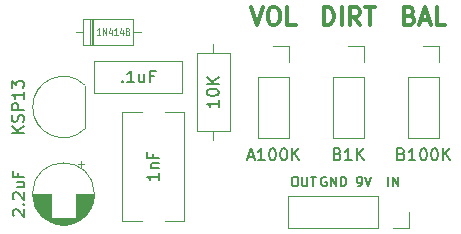
<source format=gbr>
G04 #@! TF.GenerationSoftware,KiCad,Pcbnew,5.0.2+dfsg1-1+build2*
G04 #@! TF.CreationDate,2019-10-24T23:13:18-07:00*
G04 #@! TF.ProjectId,pcb_class,7063625f-636c-4617-9373-2e6b69636164,rev?*
G04 #@! TF.SameCoordinates,Original*
G04 #@! TF.FileFunction,Legend,Top*
G04 #@! TF.FilePolarity,Positive*
%FSLAX46Y46*%
G04 Gerber Fmt 4.6, Leading zero omitted, Abs format (unit mm)*
G04 Created by KiCad (PCBNEW 5.0.2+dfsg1-1+build2) date Thu 24 Oct 2019 11:13:18 PM PDT*
%MOMM*%
%LPD*%
G01*
G04 APERTURE LIST*
%ADD10C,0.300000*%
%ADD11C,0.200000*%
%ADD12C,0.120000*%
%ADD13C,0.150000*%
%ADD14C,0.125000*%
G04 APERTURE END LIST*
D10*
X186817142Y-106572857D02*
X187031428Y-106644285D01*
X187102857Y-106715714D01*
X187174285Y-106858571D01*
X187174285Y-107072857D01*
X187102857Y-107215714D01*
X187031428Y-107287142D01*
X186888571Y-107358571D01*
X186317142Y-107358571D01*
X186317142Y-105858571D01*
X186817142Y-105858571D01*
X186960000Y-105930000D01*
X187031428Y-106001428D01*
X187102857Y-106144285D01*
X187102857Y-106287142D01*
X187031428Y-106430000D01*
X186960000Y-106501428D01*
X186817142Y-106572857D01*
X186317142Y-106572857D01*
X187745714Y-106930000D02*
X188460000Y-106930000D01*
X187602857Y-107358571D02*
X188102857Y-105858571D01*
X188602857Y-107358571D01*
X189817142Y-107358571D02*
X189102857Y-107358571D01*
X189102857Y-105858571D01*
X179538571Y-107358571D02*
X179538571Y-105858571D01*
X179895714Y-105858571D01*
X180110000Y-105930000D01*
X180252857Y-106072857D01*
X180324285Y-106215714D01*
X180395714Y-106501428D01*
X180395714Y-106715714D01*
X180324285Y-107001428D01*
X180252857Y-107144285D01*
X180110000Y-107287142D01*
X179895714Y-107358571D01*
X179538571Y-107358571D01*
X181038571Y-107358571D02*
X181038571Y-105858571D01*
X182610000Y-107358571D02*
X182110000Y-106644285D01*
X181752857Y-107358571D02*
X181752857Y-105858571D01*
X182324285Y-105858571D01*
X182467142Y-105930000D01*
X182538571Y-106001428D01*
X182610000Y-106144285D01*
X182610000Y-106358571D01*
X182538571Y-106501428D01*
X182467142Y-106572857D01*
X182324285Y-106644285D01*
X181752857Y-106644285D01*
X183038571Y-105858571D02*
X183895714Y-105858571D01*
X183467142Y-107358571D02*
X183467142Y-105858571D01*
X173367142Y-105858571D02*
X173867142Y-107358571D01*
X174367142Y-105858571D01*
X175152857Y-105858571D02*
X175438571Y-105858571D01*
X175581428Y-105930000D01*
X175724285Y-106072857D01*
X175795714Y-106358571D01*
X175795714Y-106858571D01*
X175724285Y-107144285D01*
X175581428Y-107287142D01*
X175438571Y-107358571D01*
X175152857Y-107358571D01*
X175010000Y-107287142D01*
X174867142Y-107144285D01*
X174795714Y-106858571D01*
X174795714Y-106358571D01*
X174867142Y-106072857D01*
X175010000Y-105930000D01*
X175152857Y-105858571D01*
X177152857Y-107358571D02*
X176438571Y-107358571D01*
X176438571Y-105858571D01*
D11*
X185000952Y-121011904D02*
X185000952Y-120211904D01*
X185381904Y-121011904D02*
X185381904Y-120211904D01*
X185839047Y-121011904D01*
X185839047Y-120211904D01*
X182384761Y-121011904D02*
X182537142Y-121011904D01*
X182613333Y-120973809D01*
X182651428Y-120935714D01*
X182727619Y-120821428D01*
X182765714Y-120669047D01*
X182765714Y-120364285D01*
X182727619Y-120288095D01*
X182689523Y-120250000D01*
X182613333Y-120211904D01*
X182460952Y-120211904D01*
X182384761Y-120250000D01*
X182346666Y-120288095D01*
X182308571Y-120364285D01*
X182308571Y-120554761D01*
X182346666Y-120630952D01*
X182384761Y-120669047D01*
X182460952Y-120707142D01*
X182613333Y-120707142D01*
X182689523Y-120669047D01*
X182727619Y-120630952D01*
X182765714Y-120554761D01*
X182994285Y-120211904D02*
X183260952Y-121011904D01*
X183527619Y-120211904D01*
X179730476Y-120250000D02*
X179654285Y-120211904D01*
X179540000Y-120211904D01*
X179425714Y-120250000D01*
X179349523Y-120326190D01*
X179311428Y-120402380D01*
X179273333Y-120554761D01*
X179273333Y-120669047D01*
X179311428Y-120821428D01*
X179349523Y-120897619D01*
X179425714Y-120973809D01*
X179540000Y-121011904D01*
X179616190Y-121011904D01*
X179730476Y-120973809D01*
X179768571Y-120935714D01*
X179768571Y-120669047D01*
X179616190Y-120669047D01*
X180111428Y-121011904D02*
X180111428Y-120211904D01*
X180568571Y-121011904D01*
X180568571Y-120211904D01*
X180949523Y-121011904D02*
X180949523Y-120211904D01*
X181140000Y-120211904D01*
X181254285Y-120250000D01*
X181330476Y-120326190D01*
X181368571Y-120402380D01*
X181406666Y-120554761D01*
X181406666Y-120669047D01*
X181368571Y-120821428D01*
X181330476Y-120897619D01*
X181254285Y-120973809D01*
X181140000Y-121011904D01*
X180949523Y-121011904D01*
X177000000Y-120211904D02*
X177152380Y-120211904D01*
X177228571Y-120250000D01*
X177304761Y-120326190D01*
X177342857Y-120478571D01*
X177342857Y-120745238D01*
X177304761Y-120897619D01*
X177228571Y-120973809D01*
X177152380Y-121011904D01*
X177000000Y-121011904D01*
X176923809Y-120973809D01*
X176847619Y-120897619D01*
X176809523Y-120745238D01*
X176809523Y-120478571D01*
X176847619Y-120326190D01*
X176923809Y-120250000D01*
X177000000Y-120211904D01*
X177685714Y-120211904D02*
X177685714Y-120859523D01*
X177723809Y-120935714D01*
X177761904Y-120973809D01*
X177838095Y-121011904D01*
X177990476Y-121011904D01*
X178066666Y-120973809D01*
X178104761Y-120935714D01*
X178142857Y-120859523D01*
X178142857Y-120211904D01*
X178409523Y-120211904D02*
X178866666Y-120211904D01*
X178638095Y-121011904D02*
X178638095Y-120211904D01*
D12*
G04 #@! TO.C,C1*
X167720000Y-114700000D02*
X167720000Y-123940000D01*
X162480000Y-114700000D02*
X162480000Y-123940000D01*
X167720000Y-114700000D02*
X166046000Y-114700000D01*
X164154000Y-114700000D02*
X162480000Y-114700000D01*
X167720000Y-123940000D02*
X166046000Y-123940000D01*
X164154000Y-123940000D02*
X162480000Y-123940000D01*
G04 #@! TO.C,C2*
X160100000Y-121650000D02*
G75*
G03X160100000Y-121650000I-2620000J0D01*
G01*
X156440000Y-121650000D02*
X154900000Y-121650000D01*
X160060000Y-121650000D02*
X158520000Y-121650000D01*
X156440000Y-121690000D02*
X154900000Y-121690000D01*
X160060000Y-121690000D02*
X158520000Y-121690000D01*
X160059000Y-121730000D02*
X158520000Y-121730000D01*
X156440000Y-121730000D02*
X154901000Y-121730000D01*
X160058000Y-121770000D02*
X158520000Y-121770000D01*
X156440000Y-121770000D02*
X154902000Y-121770000D01*
X160056000Y-121810000D02*
X158520000Y-121810000D01*
X156440000Y-121810000D02*
X154904000Y-121810000D01*
X160053000Y-121850000D02*
X158520000Y-121850000D01*
X156440000Y-121850000D02*
X154907000Y-121850000D01*
X160049000Y-121890000D02*
X158520000Y-121890000D01*
X156440000Y-121890000D02*
X154911000Y-121890000D01*
X160045000Y-121930000D02*
X158520000Y-121930000D01*
X156440000Y-121930000D02*
X154915000Y-121930000D01*
X160041000Y-121970000D02*
X158520000Y-121970000D01*
X156440000Y-121970000D02*
X154919000Y-121970000D01*
X160036000Y-122010000D02*
X158520000Y-122010000D01*
X156440000Y-122010000D02*
X154924000Y-122010000D01*
X160030000Y-122050000D02*
X158520000Y-122050000D01*
X156440000Y-122050000D02*
X154930000Y-122050000D01*
X160023000Y-122090000D02*
X158520000Y-122090000D01*
X156440000Y-122090000D02*
X154937000Y-122090000D01*
X160016000Y-122130000D02*
X158520000Y-122130000D01*
X156440000Y-122130000D02*
X154944000Y-122130000D01*
X160008000Y-122170000D02*
X158520000Y-122170000D01*
X156440000Y-122170000D02*
X154952000Y-122170000D01*
X160000000Y-122210000D02*
X158520000Y-122210000D01*
X156440000Y-122210000D02*
X154960000Y-122210000D01*
X159991000Y-122250000D02*
X158520000Y-122250000D01*
X156440000Y-122250000D02*
X154969000Y-122250000D01*
X159981000Y-122290000D02*
X158520000Y-122290000D01*
X156440000Y-122290000D02*
X154979000Y-122290000D01*
X159971000Y-122330000D02*
X158520000Y-122330000D01*
X156440000Y-122330000D02*
X154989000Y-122330000D01*
X159960000Y-122371000D02*
X158520000Y-122371000D01*
X156440000Y-122371000D02*
X155000000Y-122371000D01*
X159948000Y-122411000D02*
X158520000Y-122411000D01*
X156440000Y-122411000D02*
X155012000Y-122411000D01*
X159935000Y-122451000D02*
X158520000Y-122451000D01*
X156440000Y-122451000D02*
X155025000Y-122451000D01*
X159922000Y-122491000D02*
X158520000Y-122491000D01*
X156440000Y-122491000D02*
X155038000Y-122491000D01*
X159908000Y-122531000D02*
X158520000Y-122531000D01*
X156440000Y-122531000D02*
X155052000Y-122531000D01*
X159894000Y-122571000D02*
X158520000Y-122571000D01*
X156440000Y-122571000D02*
X155066000Y-122571000D01*
X159878000Y-122611000D02*
X158520000Y-122611000D01*
X156440000Y-122611000D02*
X155082000Y-122611000D01*
X159862000Y-122651000D02*
X158520000Y-122651000D01*
X156440000Y-122651000D02*
X155098000Y-122651000D01*
X159845000Y-122691000D02*
X158520000Y-122691000D01*
X156440000Y-122691000D02*
X155115000Y-122691000D01*
X159828000Y-122731000D02*
X158520000Y-122731000D01*
X156440000Y-122731000D02*
X155132000Y-122731000D01*
X159809000Y-122771000D02*
X158520000Y-122771000D01*
X156440000Y-122771000D02*
X155151000Y-122771000D01*
X159790000Y-122811000D02*
X158520000Y-122811000D01*
X156440000Y-122811000D02*
X155170000Y-122811000D01*
X159770000Y-122851000D02*
X158520000Y-122851000D01*
X156440000Y-122851000D02*
X155190000Y-122851000D01*
X159748000Y-122891000D02*
X158520000Y-122891000D01*
X156440000Y-122891000D02*
X155212000Y-122891000D01*
X159727000Y-122931000D02*
X158520000Y-122931000D01*
X156440000Y-122931000D02*
X155233000Y-122931000D01*
X159704000Y-122971000D02*
X158520000Y-122971000D01*
X156440000Y-122971000D02*
X155256000Y-122971000D01*
X159680000Y-123011000D02*
X158520000Y-123011000D01*
X156440000Y-123011000D02*
X155280000Y-123011000D01*
X159655000Y-123051000D02*
X158520000Y-123051000D01*
X156440000Y-123051000D02*
X155305000Y-123051000D01*
X159629000Y-123091000D02*
X158520000Y-123091000D01*
X156440000Y-123091000D02*
X155331000Y-123091000D01*
X159602000Y-123131000D02*
X158520000Y-123131000D01*
X156440000Y-123131000D02*
X155358000Y-123131000D01*
X159575000Y-123171000D02*
X158520000Y-123171000D01*
X156440000Y-123171000D02*
X155385000Y-123171000D01*
X159545000Y-123211000D02*
X158520000Y-123211000D01*
X156440000Y-123211000D02*
X155415000Y-123211000D01*
X159515000Y-123251000D02*
X158520000Y-123251000D01*
X156440000Y-123251000D02*
X155445000Y-123251000D01*
X159484000Y-123291000D02*
X158520000Y-123291000D01*
X156440000Y-123291000D02*
X155476000Y-123291000D01*
X159451000Y-123331000D02*
X158520000Y-123331000D01*
X156440000Y-123331000D02*
X155509000Y-123331000D01*
X159417000Y-123371000D02*
X158520000Y-123371000D01*
X156440000Y-123371000D02*
X155543000Y-123371000D01*
X159381000Y-123411000D02*
X158520000Y-123411000D01*
X156440000Y-123411000D02*
X155579000Y-123411000D01*
X159344000Y-123451000D02*
X158520000Y-123451000D01*
X156440000Y-123451000D02*
X155616000Y-123451000D01*
X159306000Y-123491000D02*
X158520000Y-123491000D01*
X156440000Y-123491000D02*
X155654000Y-123491000D01*
X159265000Y-123531000D02*
X158520000Y-123531000D01*
X156440000Y-123531000D02*
X155695000Y-123531000D01*
X159223000Y-123571000D02*
X158520000Y-123571000D01*
X156440000Y-123571000D02*
X155737000Y-123571000D01*
X159179000Y-123611000D02*
X158520000Y-123611000D01*
X156440000Y-123611000D02*
X155781000Y-123611000D01*
X159133000Y-123651000D02*
X158520000Y-123651000D01*
X156440000Y-123651000D02*
X155827000Y-123651000D01*
X159085000Y-123691000D02*
X155875000Y-123691000D01*
X159034000Y-123731000D02*
X155926000Y-123731000D01*
X158980000Y-123771000D02*
X155980000Y-123771000D01*
X158923000Y-123811000D02*
X156037000Y-123811000D01*
X158863000Y-123851000D02*
X156097000Y-123851000D01*
X158799000Y-123891000D02*
X156161000Y-123891000D01*
X158731000Y-123931000D02*
X156229000Y-123931000D01*
X158658000Y-123971000D02*
X156302000Y-123971000D01*
X158578000Y-124011000D02*
X156382000Y-124011000D01*
X158491000Y-124051000D02*
X156469000Y-124051000D01*
X158395000Y-124091000D02*
X156565000Y-124091000D01*
X158285000Y-124131000D02*
X156675000Y-124131000D01*
X158157000Y-124171000D02*
X156803000Y-124171000D01*
X157998000Y-124211000D02*
X156962000Y-124211000D01*
X157764000Y-124251000D02*
X157196000Y-124251000D01*
X158955000Y-118845225D02*
X158955000Y-119345225D01*
X159205000Y-119095225D02*
X158705000Y-119095225D01*
G04 #@! TO.C,C3*
X160070000Y-110390000D02*
X167510000Y-110390000D01*
X160070000Y-113130000D02*
X167510000Y-113130000D01*
X160070000Y-110390000D02*
X160070000Y-113130000D01*
X167510000Y-110390000D02*
X167510000Y-113130000D01*
G04 #@! TO.C,D1*
X159170000Y-106830000D02*
X159170000Y-109070000D01*
X159170000Y-109070000D02*
X163410000Y-109070000D01*
X163410000Y-109070000D02*
X163410000Y-106830000D01*
X163410000Y-106830000D02*
X159170000Y-106830000D01*
X158520000Y-107950000D02*
X159170000Y-107950000D01*
X164060000Y-107950000D02*
X163410000Y-107950000D01*
X159890000Y-106830000D02*
X159890000Y-109070000D01*
X160010000Y-106830000D02*
X160010000Y-109070000D01*
X159770000Y-106830000D02*
X159770000Y-109070000D01*
G04 #@! TO.C,J1*
X184150000Y-121860000D02*
X184150000Y-124520000D01*
X184150000Y-121860000D02*
X176470000Y-121860000D01*
X176470000Y-121860000D02*
X176470000Y-124520000D01*
X184150000Y-124520000D02*
X176470000Y-124520000D01*
X186750000Y-124520000D02*
X185420000Y-124520000D01*
X186750000Y-123190000D02*
X186750000Y-124520000D01*
G04 #@! TO.C,Q1*
X159330000Y-116100000D02*
X159330000Y-112500000D01*
X159318478Y-116138478D02*
G75*
G02X154880000Y-114300000I-1838478J1838478D01*
G01*
X159318478Y-112461522D02*
G75*
G03X154880000Y-114300000I-1838478J-1838478D01*
G01*
G04 #@! TO.C,R1*
X168810000Y-116300000D02*
X171550000Y-116300000D01*
X171550000Y-116300000D02*
X171550000Y-109760000D01*
X171550000Y-109760000D02*
X168810000Y-109760000D01*
X168810000Y-109760000D02*
X168810000Y-116300000D01*
X170180000Y-117070000D02*
X170180000Y-116300000D01*
X170180000Y-108990000D02*
X170180000Y-109760000D01*
G04 #@! TO.C,RV1*
X187960000Y-109160000D02*
X189290000Y-109160000D01*
X189290000Y-109160000D02*
X189290000Y-110490000D01*
X189290000Y-111760000D02*
X189290000Y-116900000D01*
X186630000Y-116900000D02*
X189290000Y-116900000D01*
X186630000Y-111760000D02*
X186630000Y-116900000D01*
X186630000Y-111760000D02*
X189290000Y-111760000D01*
G04 #@! TO.C,RV2*
X180280000Y-111760000D02*
X182940000Y-111760000D01*
X180280000Y-111760000D02*
X180280000Y-116900000D01*
X180280000Y-116900000D02*
X182940000Y-116900000D01*
X182940000Y-111760000D02*
X182940000Y-116900000D01*
X182940000Y-109160000D02*
X182940000Y-110490000D01*
X181610000Y-109160000D02*
X182940000Y-109160000D01*
G04 #@! TO.C,RV3*
X173930000Y-111760000D02*
X176590000Y-111760000D01*
X173930000Y-111760000D02*
X173930000Y-116900000D01*
X173930000Y-116900000D02*
X176590000Y-116900000D01*
X176590000Y-111760000D02*
X176590000Y-116900000D01*
X176590000Y-109160000D02*
X176590000Y-110490000D01*
X175260000Y-109160000D02*
X176590000Y-109160000D01*
G04 #@! TO.C,C1*
D13*
X165552380Y-119915238D02*
X165552380Y-120486666D01*
X165552380Y-120200952D02*
X164552380Y-120200952D01*
X164695238Y-120296190D01*
X164790476Y-120391428D01*
X164838095Y-120486666D01*
X164885714Y-119486666D02*
X165552380Y-119486666D01*
X164980952Y-119486666D02*
X164933333Y-119439047D01*
X164885714Y-119343809D01*
X164885714Y-119200952D01*
X164933333Y-119105714D01*
X165028571Y-119058095D01*
X165552380Y-119058095D01*
X165028571Y-118248571D02*
X165028571Y-118581904D01*
X165552380Y-118581904D02*
X164552380Y-118581904D01*
X164552380Y-118105714D01*
G04 #@! TO.C,C2*
X153277619Y-123530952D02*
X153230000Y-123483333D01*
X153182380Y-123388095D01*
X153182380Y-123150000D01*
X153230000Y-123054761D01*
X153277619Y-123007142D01*
X153372857Y-122959523D01*
X153468095Y-122959523D01*
X153610952Y-123007142D01*
X154182380Y-123578571D01*
X154182380Y-122959523D01*
X154087142Y-122530952D02*
X154134761Y-122483333D01*
X154182380Y-122530952D01*
X154134761Y-122578571D01*
X154087142Y-122530952D01*
X154182380Y-122530952D01*
X153277619Y-122102380D02*
X153230000Y-122054761D01*
X153182380Y-121959523D01*
X153182380Y-121721428D01*
X153230000Y-121626190D01*
X153277619Y-121578571D01*
X153372857Y-121530952D01*
X153468095Y-121530952D01*
X153610952Y-121578571D01*
X154182380Y-122150000D01*
X154182380Y-121530952D01*
X153515714Y-120673809D02*
X154182380Y-120673809D01*
X153515714Y-121102380D02*
X154039523Y-121102380D01*
X154134761Y-121054761D01*
X154182380Y-120959523D01*
X154182380Y-120816666D01*
X154134761Y-120721428D01*
X154087142Y-120673809D01*
X153658571Y-119864285D02*
X153658571Y-120197619D01*
X154182380Y-120197619D02*
X153182380Y-120197619D01*
X153182380Y-119721428D01*
G04 #@! TO.C,C3*
X162472857Y-112117142D02*
X162520476Y-112164761D01*
X162472857Y-112212380D01*
X162425238Y-112164761D01*
X162472857Y-112117142D01*
X162472857Y-112212380D01*
X163472857Y-112212380D02*
X162901428Y-112212380D01*
X163187142Y-112212380D02*
X163187142Y-111212380D01*
X163091904Y-111355238D01*
X162996666Y-111450476D01*
X162901428Y-111498095D01*
X164330000Y-111545714D02*
X164330000Y-112212380D01*
X163901428Y-111545714D02*
X163901428Y-112069523D01*
X163949047Y-112164761D01*
X164044285Y-112212380D01*
X164187142Y-112212380D01*
X164282380Y-112164761D01*
X164330000Y-112117142D01*
X165139523Y-111688571D02*
X164806190Y-111688571D01*
X164806190Y-112212380D02*
X164806190Y-111212380D01*
X165282380Y-111212380D01*
G04 #@! TO.C,D1*
D14*
X160608571Y-108221428D02*
X160322857Y-108221428D01*
X160465714Y-108221428D02*
X160465714Y-107621428D01*
X160418095Y-107707142D01*
X160370476Y-107764285D01*
X160322857Y-107792857D01*
X160822857Y-108221428D02*
X160822857Y-107621428D01*
X161108571Y-108221428D01*
X161108571Y-107621428D01*
X161560952Y-107821428D02*
X161560952Y-108221428D01*
X161441904Y-107592857D02*
X161322857Y-108021428D01*
X161632380Y-108021428D01*
X162084761Y-108221428D02*
X161799047Y-108221428D01*
X161941904Y-108221428D02*
X161941904Y-107621428D01*
X161894285Y-107707142D01*
X161846666Y-107764285D01*
X161799047Y-107792857D01*
X162513333Y-107821428D02*
X162513333Y-108221428D01*
X162394285Y-107592857D02*
X162275238Y-108021428D01*
X162584761Y-108021428D01*
X162846666Y-107878571D02*
X162799047Y-107850000D01*
X162775238Y-107821428D01*
X162751428Y-107764285D01*
X162751428Y-107735714D01*
X162775238Y-107678571D01*
X162799047Y-107650000D01*
X162846666Y-107621428D01*
X162941904Y-107621428D01*
X162989523Y-107650000D01*
X163013333Y-107678571D01*
X163037142Y-107735714D01*
X163037142Y-107764285D01*
X163013333Y-107821428D01*
X162989523Y-107850000D01*
X162941904Y-107878571D01*
X162846666Y-107878571D01*
X162799047Y-107907142D01*
X162775238Y-107935714D01*
X162751428Y-107992857D01*
X162751428Y-108107142D01*
X162775238Y-108164285D01*
X162799047Y-108192857D01*
X162846666Y-108221428D01*
X162941904Y-108221428D01*
X162989523Y-108192857D01*
X163013333Y-108164285D01*
X163037142Y-108107142D01*
X163037142Y-107992857D01*
X163013333Y-107935714D01*
X162989523Y-107907142D01*
X162941904Y-107878571D01*
G04 #@! TO.C,Q1*
D13*
X154122380Y-116490476D02*
X153122380Y-116490476D01*
X154122380Y-115919047D02*
X153550952Y-116347619D01*
X153122380Y-115919047D02*
X153693809Y-116490476D01*
X154074761Y-115538095D02*
X154122380Y-115395238D01*
X154122380Y-115157142D01*
X154074761Y-115061904D01*
X154027142Y-115014285D01*
X153931904Y-114966666D01*
X153836666Y-114966666D01*
X153741428Y-115014285D01*
X153693809Y-115061904D01*
X153646190Y-115157142D01*
X153598571Y-115347619D01*
X153550952Y-115442857D01*
X153503333Y-115490476D01*
X153408095Y-115538095D01*
X153312857Y-115538095D01*
X153217619Y-115490476D01*
X153170000Y-115442857D01*
X153122380Y-115347619D01*
X153122380Y-115109523D01*
X153170000Y-114966666D01*
X154122380Y-114538095D02*
X153122380Y-114538095D01*
X153122380Y-114157142D01*
X153170000Y-114061904D01*
X153217619Y-114014285D01*
X153312857Y-113966666D01*
X153455714Y-113966666D01*
X153550952Y-114014285D01*
X153598571Y-114061904D01*
X153646190Y-114157142D01*
X153646190Y-114538095D01*
X154122380Y-113014285D02*
X154122380Y-113585714D01*
X154122380Y-113300000D02*
X153122380Y-113300000D01*
X153265238Y-113395238D01*
X153360476Y-113490476D01*
X153408095Y-113585714D01*
X153122380Y-112680952D02*
X153122380Y-112061904D01*
X153503333Y-112395238D01*
X153503333Y-112252380D01*
X153550952Y-112157142D01*
X153598571Y-112109523D01*
X153693809Y-112061904D01*
X153931904Y-112061904D01*
X154027142Y-112109523D01*
X154074761Y-112157142D01*
X154122380Y-112252380D01*
X154122380Y-112538095D01*
X154074761Y-112633333D01*
X154027142Y-112680952D01*
G04 #@! TO.C,R1*
X170632380Y-113720476D02*
X170632380Y-114291904D01*
X170632380Y-114006190D02*
X169632380Y-114006190D01*
X169775238Y-114101428D01*
X169870476Y-114196666D01*
X169918095Y-114291904D01*
X169632380Y-113101428D02*
X169632380Y-113006190D01*
X169680000Y-112910952D01*
X169727619Y-112863333D01*
X169822857Y-112815714D01*
X170013333Y-112768095D01*
X170251428Y-112768095D01*
X170441904Y-112815714D01*
X170537142Y-112863333D01*
X170584761Y-112910952D01*
X170632380Y-113006190D01*
X170632380Y-113101428D01*
X170584761Y-113196666D01*
X170537142Y-113244285D01*
X170441904Y-113291904D01*
X170251428Y-113339523D01*
X170013333Y-113339523D01*
X169822857Y-113291904D01*
X169727619Y-113244285D01*
X169680000Y-113196666D01*
X169632380Y-113101428D01*
X170632380Y-112339523D02*
X169632380Y-112339523D01*
X170632380Y-111768095D02*
X170060952Y-112196666D01*
X169632380Y-111768095D02*
X170203809Y-112339523D01*
G04 #@! TO.C,RV1*
X186102857Y-118268571D02*
X186245714Y-118316190D01*
X186293333Y-118363809D01*
X186340952Y-118459047D01*
X186340952Y-118601904D01*
X186293333Y-118697142D01*
X186245714Y-118744761D01*
X186150476Y-118792380D01*
X185769523Y-118792380D01*
X185769523Y-117792380D01*
X186102857Y-117792380D01*
X186198095Y-117840000D01*
X186245714Y-117887619D01*
X186293333Y-117982857D01*
X186293333Y-118078095D01*
X186245714Y-118173333D01*
X186198095Y-118220952D01*
X186102857Y-118268571D01*
X185769523Y-118268571D01*
X187293333Y-118792380D02*
X186721904Y-118792380D01*
X187007619Y-118792380D02*
X187007619Y-117792380D01*
X186912380Y-117935238D01*
X186817142Y-118030476D01*
X186721904Y-118078095D01*
X187912380Y-117792380D02*
X188007619Y-117792380D01*
X188102857Y-117840000D01*
X188150476Y-117887619D01*
X188198095Y-117982857D01*
X188245714Y-118173333D01*
X188245714Y-118411428D01*
X188198095Y-118601904D01*
X188150476Y-118697142D01*
X188102857Y-118744761D01*
X188007619Y-118792380D01*
X187912380Y-118792380D01*
X187817142Y-118744761D01*
X187769523Y-118697142D01*
X187721904Y-118601904D01*
X187674285Y-118411428D01*
X187674285Y-118173333D01*
X187721904Y-117982857D01*
X187769523Y-117887619D01*
X187817142Y-117840000D01*
X187912380Y-117792380D01*
X188864761Y-117792380D02*
X188960000Y-117792380D01*
X189055238Y-117840000D01*
X189102857Y-117887619D01*
X189150476Y-117982857D01*
X189198095Y-118173333D01*
X189198095Y-118411428D01*
X189150476Y-118601904D01*
X189102857Y-118697142D01*
X189055238Y-118744761D01*
X188960000Y-118792380D01*
X188864761Y-118792380D01*
X188769523Y-118744761D01*
X188721904Y-118697142D01*
X188674285Y-118601904D01*
X188626666Y-118411428D01*
X188626666Y-118173333D01*
X188674285Y-117982857D01*
X188721904Y-117887619D01*
X188769523Y-117840000D01*
X188864761Y-117792380D01*
X189626666Y-118792380D02*
X189626666Y-117792380D01*
X190198095Y-118792380D02*
X189769523Y-118220952D01*
X190198095Y-117792380D02*
X189626666Y-118363809D01*
G04 #@! TO.C,RV2*
X180705238Y-118268571D02*
X180848095Y-118316190D01*
X180895714Y-118363809D01*
X180943333Y-118459047D01*
X180943333Y-118601904D01*
X180895714Y-118697142D01*
X180848095Y-118744761D01*
X180752857Y-118792380D01*
X180371904Y-118792380D01*
X180371904Y-117792380D01*
X180705238Y-117792380D01*
X180800476Y-117840000D01*
X180848095Y-117887619D01*
X180895714Y-117982857D01*
X180895714Y-118078095D01*
X180848095Y-118173333D01*
X180800476Y-118220952D01*
X180705238Y-118268571D01*
X180371904Y-118268571D01*
X181895714Y-118792380D02*
X181324285Y-118792380D01*
X181610000Y-118792380D02*
X181610000Y-117792380D01*
X181514761Y-117935238D01*
X181419523Y-118030476D01*
X181324285Y-118078095D01*
X182324285Y-118792380D02*
X182324285Y-117792380D01*
X182895714Y-118792380D02*
X182467142Y-118220952D01*
X182895714Y-117792380D02*
X182324285Y-118363809D01*
G04 #@! TO.C,RV3*
X173093333Y-118506666D02*
X173569523Y-118506666D01*
X172998095Y-118792380D02*
X173331428Y-117792380D01*
X173664761Y-118792380D01*
X174521904Y-118792380D02*
X173950476Y-118792380D01*
X174236190Y-118792380D02*
X174236190Y-117792380D01*
X174140952Y-117935238D01*
X174045714Y-118030476D01*
X173950476Y-118078095D01*
X175140952Y-117792380D02*
X175236190Y-117792380D01*
X175331428Y-117840000D01*
X175379047Y-117887619D01*
X175426666Y-117982857D01*
X175474285Y-118173333D01*
X175474285Y-118411428D01*
X175426666Y-118601904D01*
X175379047Y-118697142D01*
X175331428Y-118744761D01*
X175236190Y-118792380D01*
X175140952Y-118792380D01*
X175045714Y-118744761D01*
X174998095Y-118697142D01*
X174950476Y-118601904D01*
X174902857Y-118411428D01*
X174902857Y-118173333D01*
X174950476Y-117982857D01*
X174998095Y-117887619D01*
X175045714Y-117840000D01*
X175140952Y-117792380D01*
X176093333Y-117792380D02*
X176188571Y-117792380D01*
X176283809Y-117840000D01*
X176331428Y-117887619D01*
X176379047Y-117982857D01*
X176426666Y-118173333D01*
X176426666Y-118411428D01*
X176379047Y-118601904D01*
X176331428Y-118697142D01*
X176283809Y-118744761D01*
X176188571Y-118792380D01*
X176093333Y-118792380D01*
X175998095Y-118744761D01*
X175950476Y-118697142D01*
X175902857Y-118601904D01*
X175855238Y-118411428D01*
X175855238Y-118173333D01*
X175902857Y-117982857D01*
X175950476Y-117887619D01*
X175998095Y-117840000D01*
X176093333Y-117792380D01*
X176855238Y-118792380D02*
X176855238Y-117792380D01*
X177426666Y-118792380D02*
X176998095Y-118220952D01*
X177426666Y-117792380D02*
X176855238Y-118363809D01*
G04 #@! TD*
M02*

</source>
